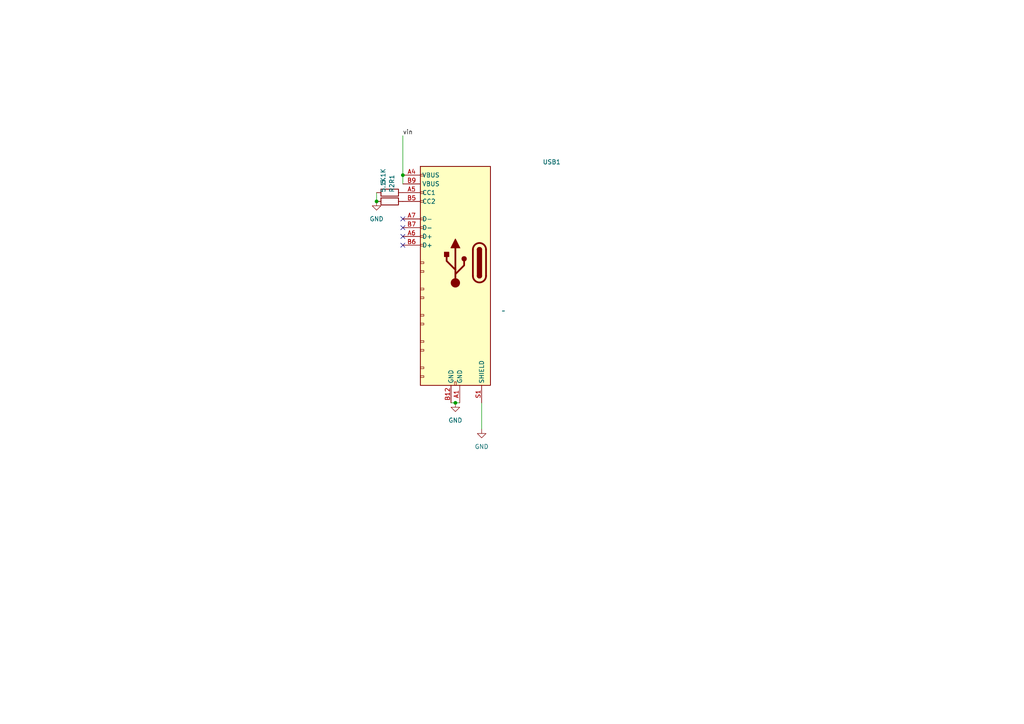
<source format=kicad_sch>
(kicad_sch (version 20230121) (generator eeschema)
  (paper "A4")
  (lib_symbols
    (symbol "1_sfxer symbols:USB_TYPE-C_CONNECTOR_-_HANBO_-_MC-107D"
      (property "Reference" "USB1" (at -13.97 43.18 0))
      (property "Value" "~" (at 0 0 0))
      (symbol "USB_TYPE-C_CONNECTOR_-_HANBO_-_MC-107D_0_0"
        (rectangle (start 13.716 -21.59) (end 14.224 -20.574))
        (rectangle (start 24.13 -18.796) (end 23.114 -19.304))
        (rectangle (start 24.13 -16.256) (end 23.114 -16.764))
        (rectangle (start 24.13 -11.176) (end 23.114 -11.684))
        (rectangle (start 24.13 -8.636) (end 23.114 -9.144))
        (rectangle (start 24.13 -3.556) (end 23.114 -4.064))
        (rectangle (start 24.13 -1.016) (end 23.114 -1.524))
        (rectangle (start 24.13 4.064) (end 23.114 3.556))
        (rectangle (start 24.13 6.604) (end 23.114 6.096))
        (rectangle (start 24.13 11.684) (end 23.114 11.176))
        (rectangle (start 24.13 14.224) (end 23.114 13.716))
        (rectangle (start 24.13 19.304) (end 23.114 18.796))
        (rectangle (start 24.13 21.844) (end 23.114 21.336))
        (rectangle (start 24.13 24.384) (end 23.114 23.876))
        (rectangle (start 24.13 26.924) (end 23.114 26.416))
        (rectangle (start 24.13 32.004) (end 23.114 31.496))
        (rectangle (start 24.13 34.544) (end 23.114 34.036))
        (rectangle (start 24.13 39.624) (end 23.114 39.116))
      )
      (symbol "USB_TYPE-C_CONNECTOR_-_HANBO_-_MC-107D_0_1"
        (polyline (pts (xy 5.08 10.16) (xy 5.08 17.78)) (stroke (width 0.508)))
        (polyline (pts (xy 8.89 17.78) (xy 8.89 10.16)) (stroke (width 0.508)))
        (rectangle (start 3.81 41.91) (end 24.13 -21.59) (stroke (width 0.254)) (fill (type background)))
        (arc (start 5.08 10.16) (mid 6.985 8.2633) (end 8.89 10.16) (stroke (width 0.508)))
        (arc (start 6.35 10.16) (mid 6.985 9.5277) (end 7.62 10.16) (stroke (width 0.254)))
        (arc (start 6.35 10.16) (mid 6.985 9.5277) (end 7.62 10.16) (stroke (width 0.254)) (fill (type outline)))
        (rectangle (start 6.35 10.16) (end 7.62 17.78) (stroke (width 0.254)) (fill (type outline)))
        (arc (start 7.62 17.78) (mid 6.985 18.4123) (end 6.35 17.78) (stroke (width 0.254)))
        (arc (start 7.62 17.78) (mid 6.985 18.4123) (end 6.35 17.78) (stroke (width 0.254)) (fill (type outline)))
        (arc (start 8.89 17.78) (mid 6.985 19.6767) (end 5.08 17.78) (stroke (width 0.508)))
      )
      (symbol "USB_TYPE-C_CONNECTOR_-_HANBO_-_MC-107D_1_1"
        (polyline (pts (xy 13.97 8.128) (xy 13.97 18.288)) (stroke (width 0.508)))
        (polyline (pts (xy 13.97 10.668) (xy 11.43 13.208) (xy 11.43 14.478)) (stroke (width 0.508)))
        (polyline (pts (xy 13.97 11.938) (xy 16.51 14.478) (xy 16.51 15.748)) (stroke (width 0.508)))
        (polyline (pts (xy 12.7 18.288) (xy 13.97 20.828) (xy 15.24 18.288) (xy 12.7 18.288)) (stroke (width 0.254)) (fill (type outline)))
        (circle (center 11.43 15.113) (radius 0.635) (stroke (width 0.254)) (fill (type outline)))
        (circle (center 13.97 8.128) (radius 1.27) (fill (type outline)))
        (rectangle (start 15.875 15.748) (end 17.145 17.018) (stroke (width 0.254)) (fill (type outline)))
        (pin passive line (at 12.7 -26.67 90) (length 5.08) (name "GND") (number "A1"))
        (pin passive line (at 29.21 39.37 180) (length 5.08) (name "VBUS") (number "A4"))
        (pin bidirectional line (at 29.21 34.29 180) (length 5.08) (name "CC1") (number "A5"))
        (pin bidirectional line (at 29.21 21.59 180) (length 5.08) (name "D+") (number "A6"))
        (pin bidirectional line (at 29.21 26.67 180) (length 5.08) (name "D-") (number "A7"))
        (pin passive line (at 15.24 -26.67 90) (length 5.08) (name "GND") (number "B12"))
        (pin bidirectional line (at 29.21 31.75 180) (length 5.08) (name "CC2") (number "B5"))
        (pin bidirectional line (at 29.21 19.05 180) (length 5.08) (name "D+") (number "B6"))
        (pin bidirectional line (at 29.21 24.13 180) (length 5.08) (name "D-") (number "B7"))
        (pin passive line (at 29.21 36.83 180) (length 5.08) (name "VBUS") (number "B9"))
        (pin passive line (at 6.35 -26.67 90) (length 5.08) (name "SHIELD") (number "S1"))
      )
    )
    (symbol "Device:R" (pin_numbers hide) (pin_names (offset 0))
      (property "Reference" "R" (at 2.032 0 90))
      (property "Value" "R" (at 0 0 90))
      (symbol "R_0_1"
        (rectangle (start -1.016 -2.54) (end 1.016 2.54) (stroke (width 0.254)))
      )
      (symbol "R_1_1"
        (pin passive line (at 0 3.81 270) (length 1.27) (name "~") (number "1"))
        (pin passive line (at 0 -3.81 90) (length 1.27) (name "~") (number "2"))
      )
    )
    (symbol "power:GND" (power) (pin_names (offset 0))
      (property "Value" "GND" (at 0 -3.81 0))
      (symbol "GND_0_1"
        (polyline (pts (xy 0 0) (xy 0 -1.27) (xy 1.27 -1.27) (xy 0 -2.54) (xy -1.27 -1.27) (xy 0 -1.27)))
      )
      (symbol "GND_1_1"
        (pin power_in line (at 0 0 270) (length 0) hide (name "GND") (number "1"))
      )
    )
  )
  (junction (at 109.22 58.42))
  (junction (at 116.84 50.8))
  (junction (at 132.08 116.84))
  (no_connect (at 116.84 63.5))
  (no_connect (at 116.84 66.04))
  (no_connect (at 116.84 68.58))
  (no_connect (at 116.84 71.12))
  (wire (pts (xy 109.22 55.88) (xy 109.22 58.42)))
  (wire (pts (xy 116.84 39.37) (xy 116.84 50.8)))
  (wire (pts (xy 116.84 50.8) (xy 116.84 53.34)))
  (wire (pts (xy 130.81 116.84) (xy 132.08 116.84)))
  (wire (pts (xy 132.08 116.84) (xy 133.35 116.84)))
  (wire (pts (xy 139.7 116.84) (xy 139.7 124.46)))
  (label "vin" (at 116.84 39.37 0))
  (symbol (lib_id "power:GND") (at 109.22 58.42 0) (mirror y) (unit 1)
    (property "Reference" "#PWR01" (effects hide))
    (property "Value" "GND" (at 109.22 63.5 0))
  )
  (symbol (lib_id "1_sfxer symbols:USB_TYPE-C_CONNECTOR_-_HANBO_-_MC-107D") (at 146.05 90.17 0) (mirror y) (unit 1)
    (property "Reference" "USB1" (at 160.02 46.99 0))
    (property "Value" "~" (at 146.05 90.17 0))
    (property "Footprint" "components:USB TYPE-C CONNECTOR - HANBO - MC-107D" (effects hide))
  )
  (symbol (lib_id "power:GND") (at 139.7 124.46 0) (mirror y) (unit 1)
    (property "Reference" "#PWR03" (effects hide))
    (property "Value" "GND" (at 139.7 129.54 0))
  )
  (symbol (lib_id "Device:R") (at 113.03 58.42 270) (mirror x) (unit 1)
    (property "Reference" "R2" (at 113.665 55.88 0) (effects (justify left)))
    (property "Value" "5.1K" (at 111.125 55.88 0) (effects (justify left)))
    (property "Footprint" "Resistor_SMD:R_0402_1005Metric" (effects hide))
  )
  (symbol (lib_id "power:GND") (at 132.08 116.84 0) (mirror y) (unit 1)
    (property "Reference" "#PWR02" (effects hide))
    (property "Value" "GND" (at 132.08 121.92 0))
  )
  (symbol (lib_id "Device:R") (at 113.03 55.88 270) (mirror x) (unit 1)
    (property "Reference" "R1" (at 113.665 53.34 0) (effects (justify left)))
    (property "Value" "5.1K" (at 111.125 53.34 0) (effects (justify left)))
    (property "Footprint" "Resistor_SMD:R_0402_1005Metric" (effects hide))
  )
)
</source>
